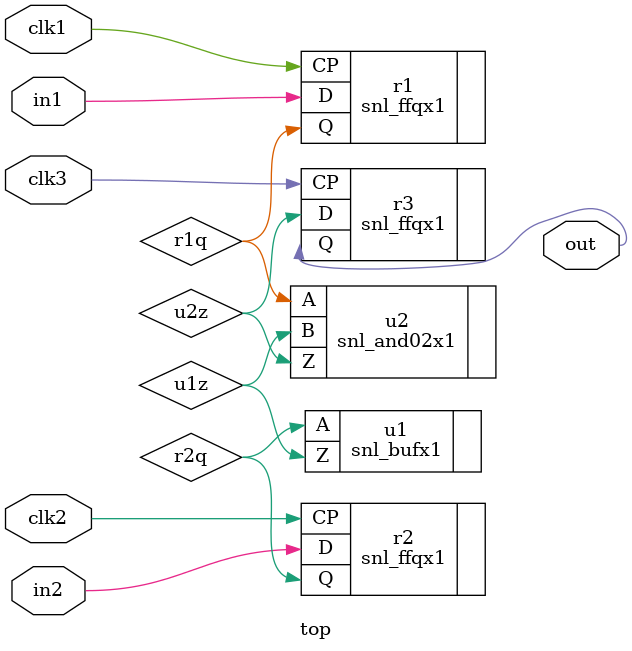
<source format=v>

module top (in1, in2, clk1, clk2, clk3, out);
  input in1, in2, clk1, clk2, clk3;
  output out;
  wire r1q, r2q, u1z, u2z;

  snl_ffqx1 r1 (.D(in1), .CP(clk1), .Q(r1q));
  snl_ffqx1 r2 (.D(in2), .CP(clk2), .Q(r2q));
  snl_bufx1 u1 (.A(r2q), .Z(u1z));
  snl_and02x1 u2 (.A(r1q), .B(u1z), .Z(u2z));
  snl_ffqx1 r3 (.D(u2z), .CP(clk3), .Q(out));
endmodule // top

</source>
